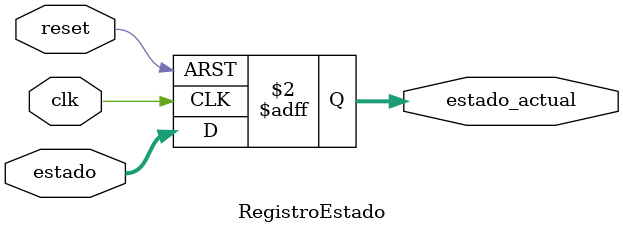
<source format=sv>
module RegistroEstado (
    input logic clk,
    input logic reset,
    input logic [7:0] estado,
    output reg [7:0] estado_actual
);

    always_ff @(posedge clk or posedge reset) begin
        if (reset)
            estado_actual <= 8'h00; // Se establece el número de mantenimientos a cero en caso de reset
        else
            estado_actual <= estado; // El estado actual es igual al estado de entrada
    end

endmodule
</source>
